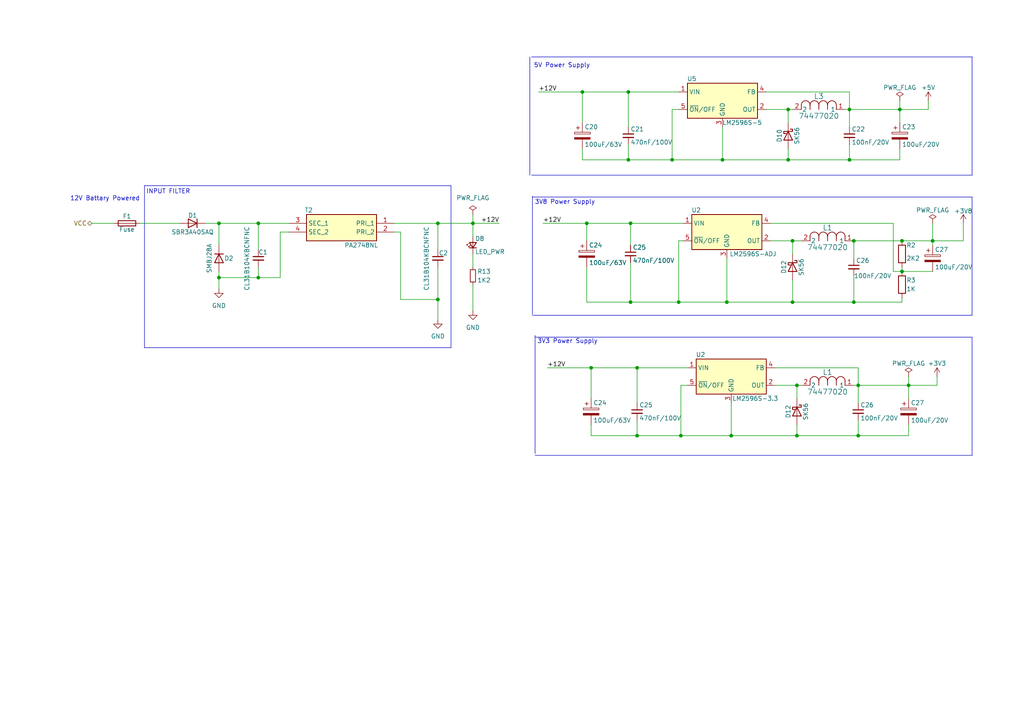
<source format=kicad_sch>
(kicad_sch (version 20230121) (generator eeschema)
  (paper "A4")
  (title_block (title "2023 Staj Projesi") (date "2023-07-24") (rev "1.0") (company "Hidro Elektronik") (comment 1 "Mehmet Emre SAYGI(2019513057@ogr.cu.edu.tr)") (comment 2 "Yilmaz Can DURAN(duranyilmazcan@gmail.com)") (comment 3 "Asli VEZIR(vezirasli@gmail.com)"))
  (lib_symbols
    (symbol "Damlama:74477020" (pin_names (offset 0.254))
      (property "Reference" "L" (at 6.985 5.08 0))
      (property "Value" "74477020" (at 6.985 -2.54 0))
      (symbol "74477020_1_1"
        (polyline (pts (xy 2.54 0) (xy 2.54 1.27)) (stroke (width 0.2032)))
        (polyline (pts (xy 5.08 0) (xy 5.08 1.27)) (stroke (width 0.2032)))
        (polyline (pts (xy 7.62 0) (xy 7.62 1.27)) (stroke (width 0.2032)))
        (polyline (pts (xy 10.16 0) (xy 10.16 1.27)) (stroke (width 0.2032)))
        (polyline (pts (xy 12.7 0) (xy 12.7 1.27)) (stroke (width 0.2032)))
        (arc (start 5.08 1.27) (mid 3.81 2.5345) (end 2.54 1.27) (stroke (width 0.2032)))
        (arc (start 7.62 1.27) (mid 6.35 2.5345) (end 5.08 1.27) (stroke (width 0.2032)))
        (arc (start 10.16 1.27) (mid 8.89 2.5345) (end 7.62 1.27) (stroke (width 0.2032)))
        (arc (start 12.7 1.27) (mid 11.43 2.5345) (end 10.16 1.27) (stroke (width 0.2032)))
        (pin unspecified line (at 15.24 0 180) (length 2.54) (name "1") (number "1"))
        (pin unspecified line (at 0 0 0) (length 2.54) (name "2") (number "2"))
      )
      (symbol "74477020_1_2"
        (arc (start -1.27 5.08) (mid -2.5345 3.81) (end -1.27 2.54) (stroke (width 0.2032)))
        (arc (start -1.27 7.62) (mid -2.5345 6.35) (end -1.27 5.08) (stroke (width 0.2032)))
        (arc (start -1.27 10.16) (mid -2.5345 8.89) (end -1.27 7.62) (stroke (width 0.2032)))
        (arc (start -1.27 12.7) (mid -2.5345 11.43) (end -1.27 10.16) (stroke (width 0.2032)))
        (polyline (pts (xy 0 2.54) (xy -1.27 2.54)) (stroke (width 0.2032)))
        (polyline (pts (xy 0 5.08) (xy -1.27 5.08)) (stroke (width 0.2032)))
        (polyline (pts (xy 0 7.62) (xy -1.27 7.62)) (stroke (width 0.2032)))
        (polyline (pts (xy 0 10.16) (xy -1.27 10.16)) (stroke (width 0.2032)))
        (polyline (pts (xy 0 12.7) (xy -1.27 12.7)) (stroke (width 0.2032)))
        (pin unspecified line (at 0 15.24 270) (length 2.54) (name "1") (number "1"))
        (pin unspecified line (at 0 0 90) (length 2.54) (name "2") (number "2"))
      )
    )
    (symbol "Damlama:PA2748NL"
      (property "Reference" "T" (at 26.67 7.62 0))
      (property "Value" "PA2748NL" (at 26.67 5.08 0))
      (symbol "PA2748NL_1_1"
        (rectangle (start 5.08 2.54) (end 25.4 -5.08) (stroke (width 0.254)) (fill (type background)))
        (pin passive line (at 0 0 0) (length 5.08) (name "PRI_1") (number "1"))
        (pin passive line (at 0 -2.54 0) (length 5.08) (name "PRI_2") (number "2"))
        (pin passive line (at 30.48 0 180) (length 5.08) (name "SEC_1") (number "3"))
        (pin passive line (at 30.48 -2.54 180) (length 5.08) (name "SEC_2") (number "4"))
      )
    )
    (symbol "Device:C_Polarized" (pin_numbers hide) (pin_names (offset 0.254))
      (property "Reference" "C" (at 0.635 2.54 0))
      (property "Value" "C_Polarized" (at 0.635 -2.54 0))
      (symbol "C_Polarized_0_1"
        (rectangle (start -2.286 0.508) (end 2.286 1.016))
        (polyline (pts (xy -1.778 2.286) (xy -0.762 2.286)))
        (polyline (pts (xy -1.27 2.794) (xy -1.27 1.778)))
        (rectangle (start 2.286 -0.508) (end -2.286 -1.016) (fill (type outline)))
      )
      (symbol "C_Polarized_1_1"
        (pin passive line (at 0 3.81 270) (length 2.794) (name "~") (number "1"))
        (pin passive line (at 0 -3.81 90) (length 2.794) (name "~") (number "2"))
      )
    )
    (symbol "Device:C_Small" (pin_numbers hide) (pin_names (offset 0.254) hide)
      (property "Reference" "C" (at 0.254 1.778 0))
      (property "Value" "C_Small" (at 0.254 -2.032 0))
      (symbol "C_Small_0_1"
        (polyline (pts (xy -1.524 -0.508) (xy 1.524 -0.508)) (stroke (width 0.3302)))
        (polyline (pts (xy -1.524 0.508) (xy 1.524 0.508)) (stroke (width 0.3048)))
      )
      (symbol "C_Small_1_1"
        (pin passive line (at 0 2.54 270) (length 2.032) (name "~") (number "1"))
        (pin passive line (at 0 -2.54 90) (length 2.032) (name "~") (number "2"))
      )
    )
    (symbol "Device:D" (pin_numbers hide) (pin_names (offset 1.016) hide)
      (property "Reference" "D" (at 0 2.54 0))
      (property "Value" "D" (at 0 -2.54 0))
      (symbol "D_0_1"
        (polyline (pts (xy -1.27 1.27) (xy -1.27 -1.27)) (stroke (width 0.254)))
        (polyline (pts (xy 1.27 0) (xy -1.27 0)))
        (polyline (pts (xy 1.27 1.27) (xy 1.27 -1.27) (xy -1.27 0) (xy 1.27 1.27)) (stroke (width 0.254)))
      )
      (symbol "D_1_1"
        (pin passive line (at -3.81 0 0) (length 2.54) (name "K") (number "1"))
        (pin passive line (at 3.81 0 180) (length 2.54) (name "A") (number "2"))
      )
    )
    (symbol "Device:D_Schottky" (pin_numbers hide) (pin_names (offset 1.016) hide)
      (property "Reference" "D" (at 0 2.54 0))
      (property "Value" "D_Schottky" (at 0 -2.54 0))
      (symbol "D_Schottky_0_1"
        (polyline (pts (xy 1.27 0) (xy -1.27 0)))
        (polyline (pts (xy 1.27 1.27) (xy 1.27 -1.27) (xy -1.27 0) (xy 1.27 1.27)) (stroke (width 0.254)))
        (polyline (pts (xy -1.905 0.635) (xy -1.905 1.27) (xy -1.27 1.27) (xy -1.27 -1.27) (xy -0.635 -1.27) (xy -0.635 -0.635)) (stroke (width 0.254)))
      )
      (symbol "D_Schottky_1_1"
        (pin passive line (at -3.81 0 0) (length 2.54) (name "K") (number "1"))
        (pin passive line (at 3.81 0 180) (length 2.54) (name "A") (number "2"))
      )
    )
    (symbol "Device:Fuse" (pin_numbers hide) (pin_names (offset 0))
      (property "Reference" "F" (at 2.032 0 90))
      (property "Value" "Fuse" (at -1.905 0 90))
      (symbol "Fuse_0_1"
        (rectangle (start -0.762 -2.54) (end 0.762 2.54) (stroke (width 0.254)))
        (polyline (pts (xy 0 2.54) (xy 0 -2.54)))
      )
      (symbol "Fuse_1_1"
        (pin passive line (at 0 3.81 270) (length 1.27) (name "~") (number "1"))
        (pin passive line (at 0 -3.81 90) (length 1.27) (name "~") (number "2"))
      )
    )
    (symbol "Device:LED_Small" (pin_numbers hide) (pin_names (offset 0.254) hide)
      (property "Reference" "D" (at -1.27 3.175 0))
      (property "Value" "LED_Small" (at -4.445 -2.54 0))
      (symbol "LED_Small_0_1"
        (polyline (pts (xy -0.762 -1.016) (xy -0.762 1.016)) (stroke (width 0.254)))
        (polyline (pts (xy 1.016 0) (xy -0.762 0)))
        (polyline (pts (xy 0.762 -1.016) (xy -0.762 0) (xy 0.762 1.016) (xy 0.762 -1.016)) (stroke (width 0.254)))
        (polyline (pts (xy 0 0.762) (xy -0.508 1.27) (xy -0.254 1.27) (xy -0.508 1.27) (xy -0.508 1.016)))
        (polyline (pts (xy 0.508 1.27) (xy 0 1.778) (xy 0.254 1.778) (xy 0 1.778) (xy 0 1.524)))
      )
      (symbol "LED_Small_1_1"
        (pin passive line (at -2.54 0 0) (length 1.778) (name "K") (number "1"))
        (pin passive line (at 2.54 0 180) (length 1.778) (name "A") (number "2"))
      )
    )
    (symbol "Device:R" (pin_numbers hide) (pin_names (offset 0))
      (property "Reference" "R" (at 2.032 0 90))
      (property "Value" "R" (at 0 0 90))
      (symbol "R_0_1"
        (rectangle (start -1.016 -2.54) (end 1.016 2.54) (stroke (width 0.254)))
      )
      (symbol "R_1_1"
        (pin passive line (at 0 3.81 270) (length 1.27) (name "~") (number "1"))
        (pin passive line (at 0 -3.81 90) (length 1.27) (name "~") (number "2"))
      )
    )
    (symbol "Device:R_Small" (pin_numbers hide) (pin_names (offset 0.254) hide)
      (property "Reference" "R" (at 0.762 0.508 0))
      (property "Value" "R_Small" (at 0.762 -1.016 0))
      (symbol "R_Small_0_1"
        (rectangle (start -0.762 1.778) (end 0.762 -1.778) (stroke (width 0.2032)))
      )
      (symbol "R_Small_1_1"
        (pin passive line (at 0 2.54 270) (length 0.762) (name "~") (number "1"))
        (pin passive line (at 0 -2.54 90) (length 0.762) (name "~") (number "2"))
      )
    )
    (symbol "Regulator_Switching:LM2596S-3.3"
      (property "Reference" "U" (at -10.16 6.35 0))
      (property "Value" "LM2596S-3.3" (at 0 6.35 0))
      (symbol "LM2596S-3.3_0_1"
        (rectangle (start -10.16 5.08) (end 10.16 -5.08) (stroke (width 0.254)) (fill (type background)))
      )
      (symbol "LM2596S-3.3_1_1"
        (pin power_in line (at -12.7 2.54 0) (length 2.54) (name "VIN") (number "1"))
        (pin output line (at 12.7 -2.54 180) (length 2.54) (name "OUT") (number "2"))
        (pin power_in line (at 0 -7.62 90) (length 2.54) (name "GND") (number "3"))
        (pin input line (at 12.7 2.54 180) (length 2.54) (name "FB") (number "4"))
        (pin input line (at -12.7 -2.54 0) (length 2.54) (name "~{ON}/OFF") (number "5"))
      )
    )
    (symbol "Regulator_Switching:LM2596S-5"
      (property "Reference" "U" (at -10.16 6.35 0))
      (property "Value" "LM2596S-5" (at 0 6.35 0))
      (symbol "LM2596S-5_0_1"
        (rectangle (start -10.16 5.08) (end 10.16 -5.08) (stroke (width 0.254)) (fill (type background)))
      )
      (symbol "LM2596S-5_1_1"
        (pin power_in line (at -12.7 2.54 0) (length 2.54) (name "VIN") (number "1"))
        (pin output line (at 12.7 -2.54 180) (length 2.54) (name "OUT") (number "2"))
        (pin power_in line (at 0 -7.62 90) (length 2.54) (name "GND") (number "3"))
        (pin input line (at 12.7 2.54 180) (length 2.54) (name "FB") (number "4"))
        (pin input line (at -12.7 -2.54 0) (length 2.54) (name "~{ON}/OFF") (number "5"))
      )
    )
    (symbol "Regulator_Switching:LM2596S-ADJ"
      (property "Reference" "U" (at -10.16 6.35 0))
      (property "Value" "LM2596S-ADJ" (at 0 6.35 0))
      (symbol "LM2596S-ADJ_0_1"
        (rectangle (start -10.16 5.08) (end 10.16 -5.08) (stroke (width 0.254)) (fill (type background)))
      )
      (symbol "LM2596S-ADJ_1_1"
        (pin power_in line (at -12.7 2.54 0) (length 2.54) (name "VIN") (number "1"))
        (pin output line (at 12.7 -2.54 180) (length 2.54) (name "OUT") (number "2"))
        (pin power_in line (at 0 -7.62 90) (length 2.54) (name "GND") (number "3"))
        (pin input line (at 12.7 2.54 180) (length 2.54) (name "FB") (number "4"))
        (pin input line (at -12.7 -2.54 0) (length 2.54) (name "~{ON}/OFF") (number "5"))
      )
    )
    (symbol "power:+3V3" (power) (pin_names (offset 0))
      (property "Value" "+3V3" (at 0 3.556 0))
      (symbol "+3V3_0_1"
        (polyline (pts (xy -0.762 1.27) (xy 0 2.54)))
        (polyline (pts (xy 0 0) (xy 0 2.54)))
        (polyline (pts (xy 0 2.54) (xy 0.762 1.27)))
      )
      (symbol "+3V3_1_1"
        (pin power_in line (at 0 0 90) (length 0) hide (name "+3V3") (number "1"))
      )
    )
    (symbol "power:+3V8" (power) (pin_names (offset 0))
      (property "Value" "+3V8" (at 0 3.556 0))
      (symbol "+3V8_0_1"
        (polyline (pts (xy -0.762 1.27) (xy 0 2.54)))
        (polyline (pts (xy 0 0) (xy 0 2.54)))
        (polyline (pts (xy 0 2.54) (xy 0.762 1.27)))
      )
      (symbol "+3V8_1_1"
        (pin power_in line (at 0 0 90) (length 0) hide (name "+3V8") (number "1"))
      )
    )
    (symbol "power:+5V" (power) (pin_names (offset 0))
      (property "Value" "+5V" (at 0 3.556 0))
      (symbol "+5V_0_1"
        (polyline (pts (xy -0.762 1.27) (xy 0 2.54)))
        (polyline (pts (xy 0 0) (xy 0 2.54)))
        (polyline (pts (xy 0 2.54) (xy 0.762 1.27)))
      )
      (symbol "+5V_1_1"
        (pin power_in line (at 0 0 90) (length 0) hide (name "+5V") (number "1"))
      )
    )
    (symbol "power:GND" (power) (pin_names (offset 0))
      (property "Value" "GND" (at 0 -3.81 0))
      (symbol "GND_0_1"
        (polyline (pts (xy 0 0) (xy 0 -1.27) (xy 1.27 -1.27) (xy 0 -2.54) (xy -1.27 -1.27) (xy 0 -1.27)))
      )
      (symbol "GND_1_1"
        (pin power_in line (at 0 0 270) (length 0) hide (name "GND") (number "1"))
      )
    )
    (symbol "power:PWR_FLAG" (power) (pin_numbers hide) (pin_names (offset 0) hide)
      (property "Value" "PWR_FLAG" (at 0 3.81 0))
      (symbol "PWR_FLAG_0_0"
        (pin power_out line (at 0 0 90) (length 0) (name "pwr") (number "1"))
      )
      (symbol "PWR_FLAG_0_1"
        (polyline (pts (xy 0 0) (xy 0 1.27) (xy -1.016 1.905) (xy 0 2.54) (xy 1.016 1.905) (xy 0 1.27)))
      )
    )
  )
  (junction (at 196.85 87.63))
  (junction (at 137.16 64.77))
  (junction (at 63.5 80.518))
  (junction (at 74.93 80.518))
  (junction (at 229.87 69.85))
  (junction (at 182.88 87.63))
  (junction (at 63.5 64.77))
  (junction (at 194.945 46.355))
  (junction (at 229.87 87.63))
  (junction (at 182.88 64.77))
  (junction (at 127 86.868))
  (junction (at 74.93 64.77))
  (junction (at 231.14 126.365))
  (junction (at 246.38 31.75))
  (junction (at 248.92 111.76))
  (junction (at 261.62 69.85))
  (junction (at 209.55 46.355))
  (junction (at 184.785 106.68))
  (junction (at 170.18 64.77))
  (junction (at 261.62 78.74))
  (junction (at 228.6 31.75))
  (junction (at 171.45 106.68))
  (junction (at 263.525 111.76))
  (junction (at 212.09 126.365))
  (junction (at 247.65 87.63))
  (junction (at 231.14 111.76))
  (junction (at 270.51 69.85))
  (junction (at 210.82 87.63))
  (junction (at 248.92 126.365))
  (junction (at 168.91 26.67))
  (junction (at 182.245 26.67))
  (junction (at 247.65 69.85))
  (junction (at 228.6 46.355))
  (junction (at 184.785 126.365))
  (junction (at 260.985 31.75))
  (junction (at 182.245 46.355))
  (junction (at 246.38 46.355))
  (junction (at 197.485 126.365))
  (junction (at 127 64.77))
  (wire (pts (xy 270.51 69.85) (xy 279.4 69.85)))
  (polyline (pts (xy 154.432 57.15) (xy 281.94 57.15)))
  (wire (pts (xy 232.41 69.85) (xy 229.87 69.85)))
  (wire (pts (xy 196.85 69.85) (xy 196.85 87.63)))
  (wire (pts (xy 182.88 64.77) (xy 198.12 64.77)))
  (wire (pts (xy 184.785 121.92) (xy 184.785 126.365)))
  (polyline (pts (xy 281.94 57.15) (xy 281.94 91.44)))
  (wire (pts (xy 63.5 80.518) (xy 63.5 83.82)))
  (wire (pts (xy 171.45 106.68) (xy 171.45 115.57)))
  (wire (pts (xy 168.91 46.355) (xy 182.245 46.355)))
  (wire (pts (xy 182.245 26.67) (xy 182.245 36.83)))
  (wire (pts (xy 212.09 126.365) (xy 231.14 126.365)))
  (wire (pts (xy 197.485 126.365) (xy 212.09 126.365)))
  (wire (pts (xy 182.88 64.77) (xy 182.88 71.12)))
  (wire (pts (xy 259.08 64.77) (xy 259.08 78.74)))
  (wire (pts (xy 168.91 26.67) (xy 168.91 35.56)))
  (wire (pts (xy 170.18 87.63) (xy 182.88 87.63)))
  (wire (pts (xy 127 64.77) (xy 127 72.39)))
  (wire (pts (xy 248.92 121.92) (xy 248.92 126.365)))
  (wire (pts (xy 228.6 46.355) (xy 246.38 46.355)))
  (wire (pts (xy 279.4 69.85) (xy 279.4 64.77)))
  (wire (pts (xy 246.38 26.67) (xy 246.38 31.75)))
  (polyline (pts (xy 41.91 53.848) (xy 130.81 53.848)))
  (wire (pts (xy 248.92 126.365) (xy 263.525 126.365)))
  (wire (pts (xy 171.45 126.365) (xy 184.785 126.365)))
  (polyline (pts (xy 281.94 50.8) (xy 154.178 50.8)))
  (wire (pts (xy 196.85 69.85) (xy 198.12 69.85)))
  (wire (pts (xy 127 64.77) (xy 137.16 64.77)))
  (wire (pts (xy 137.16 90.17) (xy 137.16 82.55)))
  (wire (pts (xy 263.525 109.22) (xy 263.525 111.76)))
  (wire (pts (xy 228.6 31.75) (xy 228.6 35.56)))
  (wire (pts (xy 248.92 111.76) (xy 263.525 111.76)))
  (wire (pts (xy 40.64 64.77) (xy 52.07 64.77)))
  (wire (pts (xy 223.52 69.85) (xy 229.87 69.85)))
  (wire (pts (xy 245.11 31.75) (xy 246.38 31.75)))
  (wire (pts (xy 114.3 64.77) (xy 127 64.77)))
  (wire (pts (xy 171.45 106.68) (xy 184.785 106.68)))
  (wire (pts (xy 182.88 87.63) (xy 196.85 87.63)))
  (wire (pts (xy 182.88 76.2) (xy 182.88 87.63)))
  (wire (pts (xy 248.92 106.68) (xy 248.92 111.76)))
  (wire (pts (xy 81.28 80.518) (xy 74.93 80.518)))
  (wire (pts (xy 229.87 81.28) (xy 229.87 87.63)))
  (polyline (pts (xy 281.94 91.44) (xy 154.432 91.44)))
  (wire (pts (xy 116.205 67.31) (xy 114.3 67.31)))
  (wire (pts (xy 246.38 46.355) (xy 260.985 46.355)))
  (wire (pts (xy 74.93 64.77) (xy 74.93 72.39)))
  (wire (pts (xy 171.45 123.19) (xy 171.45 126.365)))
  (wire (pts (xy 261.62 77.47) (xy 261.62 78.74)))
  (wire (pts (xy 263.525 111.76) (xy 263.525 115.57)))
  (wire (pts (xy 222.25 31.75) (xy 228.6 31.75)))
  (wire (pts (xy 229.87 69.85) (xy 229.87 73.66)))
  (wire (pts (xy 26.67 64.77) (xy 33.02 64.77)))
  (wire (pts (xy 137.16 73.66) (xy 137.16 77.47)))
  (polyline (pts (xy 153.67 16.51) (xy 153.67 50.8)))
  (polyline (pts (xy 155.194 97.282) (xy 155.194 131.572)))
  (wire (pts (xy 212.09 116.84) (xy 212.09 126.365)))
  (wire (pts (xy 157.48 64.77) (xy 170.18 64.77)))
  (wire (pts (xy 270.51 64.77) (xy 270.51 69.85)))
  (wire (pts (xy 269.24 31.75) (xy 269.24 29.21)))
  (polyline (pts (xy 41.91 53.848) (xy 41.91 100.838)))
  (wire (pts (xy 248.92 111.76) (xy 248.92 116.84)))
  (polyline (pts (xy 154.178 16.51) (xy 281.94 16.51)))
  (wire (pts (xy 271.78 111.76) (xy 271.78 109.22)))
  (polyline (pts (xy 281.94 132.08) (xy 155.194 132.08)))
  (wire (pts (xy 127 86.868) (xy 127 77.47)))
  (wire (pts (xy 261.62 69.85) (xy 270.51 69.85)))
  (wire (pts (xy 170.18 64.77) (xy 170.18 69.85)))
  (wire (pts (xy 194.945 46.355) (xy 209.55 46.355)))
  (wire (pts (xy 170.18 64.77) (xy 182.88 64.77)))
  (polyline (pts (xy 154.432 56.896) (xy 154.432 91.186)))
  (wire (pts (xy 209.55 36.83) (xy 209.55 46.355)))
  (wire (pts (xy 210.82 87.63) (xy 229.87 87.63)))
  (wire (pts (xy 231.14 111.76) (xy 232.41 111.76)))
  (wire (pts (xy 231.14 111.76) (xy 231.14 115.57)))
  (wire (pts (xy 74.93 64.77) (xy 83.82 64.77)))
  (wire (pts (xy 194.945 31.75) (xy 194.945 46.355)))
  (wire (pts (xy 158.75 106.68) (xy 171.45 106.68)))
  (polyline (pts (xy 155.194 97.79) (xy 281.94 97.79)))
  (wire (pts (xy 247.65 69.85) (xy 247.65 74.93)))
  (wire (pts (xy 63.5 78.74) (xy 63.5 80.518)))
  (wire (pts (xy 184.785 126.365) (xy 197.485 126.365)))
  (wire (pts (xy 247.65 111.76) (xy 248.92 111.76)))
  (wire (pts (xy 210.82 74.93) (xy 210.82 87.63)))
  (wire (pts (xy 224.79 106.68) (xy 248.92 106.68)))
  (wire (pts (xy 199.39 111.76) (xy 197.485 111.76)))
  (wire (pts (xy 247.65 69.85) (xy 261.62 69.85)))
  (polyline (pts (xy 281.94 16.51) (xy 281.94 50.8)))
  (wire (pts (xy 170.18 77.47) (xy 170.18 87.63)))
  (wire (pts (xy 260.985 29.21) (xy 260.985 31.75)))
  (wire (pts (xy 224.79 111.76) (xy 231.14 111.76)))
  (polyline (pts (xy 281.94 97.79) (xy 281.94 132.08)))
  (wire (pts (xy 116.205 86.868) (xy 127 86.868)))
  (wire (pts (xy 246.38 31.75) (xy 246.38 36.83)))
  (wire (pts (xy 196.85 87.63) (xy 210.82 87.63)))
  (wire (pts (xy 222.25 26.67) (xy 246.38 26.67)))
  (wire (pts (xy 263.525 126.365) (xy 263.525 123.19)))
  (wire (pts (xy 223.52 64.77) (xy 259.08 64.77)))
  (polyline (pts (xy 130.81 100.838) (xy 130.81 53.848)))
  (wire (pts (xy 127 92.71) (xy 127 86.868)))
  (wire (pts (xy 209.55 46.355) (xy 228.6 46.355)))
  (wire (pts (xy 137.16 62.23) (xy 137.16 64.77)))
  (wire (pts (xy 137.16 64.77) (xy 137.16 68.58)))
  (wire (pts (xy 263.525 111.76) (xy 271.78 111.76)))
  (wire (pts (xy 182.245 26.67) (xy 196.85 26.67)))
  (wire (pts (xy 261.62 78.74) (xy 270.51 78.74)))
  (wire (pts (xy 59.69 64.77) (xy 63.5 64.77)))
  (wire (pts (xy 229.87 87.63) (xy 247.65 87.63)))
  (wire (pts (xy 168.91 26.67) (xy 182.245 26.67)))
  (wire (pts (xy 63.5 64.77) (xy 63.5 71.12)))
  (wire (pts (xy 231.14 126.365) (xy 248.92 126.365)))
  (wire (pts (xy 261.62 86.36) (xy 261.62 87.63)))
  (wire (pts (xy 168.91 43.18) (xy 168.91 46.355)))
  (polyline (pts (xy 41.91 100.838) (xy 130.81 100.838)))
  (wire (pts (xy 260.985 31.75) (xy 260.985 35.56)))
  (wire (pts (xy 247.65 87.63) (xy 261.62 87.63)))
  (wire (pts (xy 116.205 67.31) (xy 116.205 86.868)))
  (wire (pts (xy 74.93 77.47) (xy 74.93 80.518)))
  (wire (pts (xy 182.245 41.91) (xy 182.245 46.355)))
  (wire (pts (xy 81.28 67.31) (xy 83.82 67.31)))
  (wire (pts (xy 260.985 46.355) (xy 260.985 43.18)))
  (wire (pts (xy 184.785 106.68) (xy 184.785 116.84)))
  (wire (pts (xy 196.85 31.75) (xy 194.945 31.75)))
  (wire (pts (xy 228.6 43.18) (xy 228.6 46.355)))
  (wire (pts (xy 228.6 31.75) (xy 229.87 31.75)))
  (wire (pts (xy 197.485 111.76) (xy 197.485 126.365)))
  (wire (pts (xy 81.28 67.31) (xy 81.28 80.518)))
  (wire (pts (xy 137.16 64.77) (xy 144.78 64.77)))
  (wire (pts (xy 247.65 80.01) (xy 247.65 87.63)))
  (wire (pts (xy 231.14 123.19) (xy 231.14 126.365)))
  (wire (pts (xy 246.38 31.75) (xy 260.985 31.75)))
  (wire (pts (xy 184.785 106.68) (xy 199.39 106.68)))
  (wire (pts (xy 270.51 69.85) (xy 270.51 71.12)))
  (wire (pts (xy 156.21 26.67) (xy 168.91 26.67)))
  (wire (pts (xy 74.93 80.518) (xy 63.5 80.518)))
  (wire (pts (xy 74.93 64.77) (xy 63.5 64.77)))
  (wire (pts (xy 260.985 31.75) (xy 269.24 31.75)))
  (wire (pts (xy 182.245 46.355) (xy 194.945 46.355)))
  (wire (pts (xy 246.38 41.91) (xy 246.38 46.355)))
  (wire (pts (xy 259.08 78.74) (xy 261.62 78.74)))
  (text "3V3 Power Supply" (at 155.829 99.822 0) (effects (font (size 1.27 1.27)) (justify left bottom)))
  (text "3V8 Power Supply" (at 155.067 59.436 0) (effects (font (size 1.27 1.27)) (justify left bottom)))
  (text "12V Battary Powered" (at 20.32 58.42 0) (effects (font (size 1.27 1.27)) (justify left bottom)))
  (text "5V Power Supply" (at 154.813 19.812 0) (effects (font (size 1.27 1.27)) (justify left bottom)))
  (text "INPUT FILTER" (at 42.418 56.388 0) (effects (font (size 1.27 1.27)) (justify left bottom)))
  (label "+12V" (at 156.21 26.67 0))
  (label "+12V" (at 157.48 64.77 0))
  (label "+12V" (at 144.78 64.77 180))
  (label "+12V" (at 158.75 106.68 0))
  (hierarchical_label "VCC" (shape bidirectional) (at 26.67 64.77 180))
  (symbol (lib_id "Damlama:74477020") (at 229.87 31.75 0) (unit 1)
    (property "Reference" "L3" (at 237.49 27.94 0) (effects (font (size 1.524 1.524))))
    (property "Value" "74477020" (at 237.49 33.655 0) (effects (font (size 1.524 1.524))))
    (property "Footprint" "2023Staj:IND_1280-WE-PD_WRE" (effects hide))
    (property "Datasheet" "74477020" (effects hide))
    (property "DigikeyPN" "732-1235-6-ND" (effects hide))
    (instances (project "damlama" (path "" (reference "L3") (unit 1))) (project "2023-staj-projesi" (path "" (reference "L1") (unit 1))))
  )
  (symbol (lib_id "Device:C_Small") (at 246.38 39.37 0) (unit 1)
    (property "Reference" "C22" (at 247.015 37.465 0) (effects (justify left)))
    (property "Value" "100nF/20V" (at 247.015 41.275 0) (effects (justify left)))
    (property "Footprint" "Capacitor_SMD:C_0805_2012Metric" (effects hide))
    (property "DigikeyPN" "718-2500-6-ND" (effects hide))
    (instances (project "damlama" (path "" (reference "C22") (unit 1))) (project "2023-staj-projesi" (path "" (reference "C9") (unit 1))))
  )
  (symbol (lib_id "Device:D") (at 63.5 74.93 270) (unit 1)
    (property "Reference" "D2" (at 65.024 74.93 90) (effects (justify left)))
    (property "Value" "SMBJ28A" (at 60.706 70.612 0) (effects (justify left)))
    (property "Footprint" "Diode_SMD:D_SMB" (effects hide))
    (property "DigikeyPN" "SMBJ28ALFDKR-ND" (effects hide))
  )
  (symbol (lib_id "Device:R_Small") (at 137.16 80.01 0) (unit 1)
    (property "Reference" "R13" (at 138.43 78.74 0) (effects (justify left)))
    (property "Value" "1K2" (at 138.43 81.28 0) (effects (justify left)))
    (property "Footprint" "Resistor_SMD:R_0603_1608Metric" (effects hide))
    (property "DigikeyPN" "13-RC0603FR-131K2LDKR-ND" (effects hide))
    (instances (project "damlama" (path "" (reference "R13") (unit 1))) (project "2023-staj-projesi" (path "" (reference "R1") (unit 1))))
  )
  (symbol (lib_id "power:GND") (at 127 92.71 0) (unit 1)
    (property "Reference" "#PWR02" (effects hide))
    (property "Value" "GND" (at 127 97.536 0))
    (instances (project "damlama" (path "" (reference "#PWR02") (unit 1))) (project "2023-staj-projesi" (path "" (reference "#PWR05") (unit 1))) (project "kapak-vana-control" (path "" (reference "#PWR02") (unit 1))) (project "Mushamba" (path "" (reference "#PWR03") (unit 1))))
  )
  (symbol (lib_id "power:+5V") (at 269.24 29.21 0) (mirror y) (unit 1)
    (property "Reference" "#PWR028" (effects hide))
    (property "Value" "+5V" (at 269.24 25.4 0))
    (instances (project "damlama" (path "" (reference "#PWR028") (unit 1))) (project "2023-staj-projesi" (path "" (reference "#PWR07") (unit 1))))
  )
  (symbol (lib_id "power:PWR_FLAG") (at 270.51 64.77 0) (mirror y) (unit 1)
    (property "Reference" "#FLG02" (effects hide))
    (property "Value" "PWR_FLAG" (at 270.51 60.96 0))
    (instances (project "damlama" (path "" (reference "#FLG02") (unit 1))) (project "2023-staj-projesi" (path "" (reference "#FLG04") (unit 1))) (project "Mushamba" (path "" (reference "#FLG02") (unit 1))))
  )
  (symbol (lib_id "Regulator_Switching:LM2596S-3.3") (at 212.09 109.22 0) (unit 1)
    (property "Reference" "U2" (at 203.2 102.87 0))
    (property "Value" "LM2596S-3.3" (at 219.075 115.57 0))
    (property "Footprint" "Package_TO_SOT_SMD:TO-263-5_TabPin3" (effects hide))
    (property "Datasheet" "http://www.ti.com/lit/ds/symlink/lm2596.pdf" (effects hide))
    (property "DigikeyPN" "LM2596S-3.3/NOPB-ND" (effects hide))
    (instances (project "damlama" (path "" (reference "U2") (unit 1))) (project "2023-staj-projesi" (path "" (reference "U3") (unit 1))))
  )
  (symbol (lib_id "Device:C_Polarized") (at 263.525 119.38 0) (unit 1)
    (property "Reference" "C27" (at 264.16 116.84 0) (effects (justify left)))
    (property "Value" "100uF/20V" (at 264.16 121.92 0) (effects (justify left)))
    (property "Footprint" "Capacitor_SMD:CP_Elec_6.3x7.7" (effects hide))
    (property "DigikeyPN" "565-3210-6-ND" (effects hide))
    (instances (project "damlama" (path "" (reference "C27") (unit 1))) (project "2023-staj-projesi" (path "" (reference "C13") (unit 1))))
  )
  (symbol (lib_id "Device:C_Small") (at 127 74.93 0) (unit 1)
    (property "Reference" "C2" (at 127.254 73.406 0) (effects (justify left)))
    (property "Value" "CL31B104KBCNFNC" (at 123.698 84.328 90) (effects (justify left)))
    (property "Footprint" "Capacitor_SMD:C_1206_3216Metric" (effects hide))
    (property "DigikeyPN" "1276-2744-2-ND" (effects hide))
  )
  (symbol (lib_id "Device:C_Small") (at 247.65 77.47 0) (unit 1)
    (property "Reference" "C26" (at 248.285 75.565 0) (effects (justify left)))
    (property "Value" "100nF/20V" (at 247.65 80.01 0) (effects (justify left)))
    (property "Footprint" "Capacitor_SMD:C_0805_2012Metric" (effects hide))
    (property "DigikeyPN" "718-2500-6-ND" (effects hide))
    (instances (project "damlama" (path "" (reference "C26") (unit 1))) (project "2023-staj-projesi" (path "" (reference "C10") (unit 1))))
  )
  (symbol (lib_id "Device:Fuse") (at 36.83 64.77 90) (unit 1)
    (property "Reference" "F1" (at 36.83 62.738 90))
    (property "Value" "Fuse" (at 36.83 66.548 90))
    (property "Footprint" "Fuse:Fuse_1206_3216Metric" (effects hide))
  )
  (symbol (lib_id "power:+3V8") (at 279.4 64.77 0) (unit 1)
    (property "Reference" "#PWR09" (effects hide))
    (property "Value" "+3V8" (at 279.4 61.214 0))
  )
  (symbol (lib_id "power:+3V3") (at 271.78 109.22 0) (unit 1)
    (property "Reference" "#PWR06" (effects hide))
    (property "Value" "+3V3" (at 271.78 105.41 0))
    (instances (project "damlama" (path "" (reference "#PWR06") (unit 1))) (project "2023-staj-projesi" (path "" (reference "#PWR08") (unit 1))) (project "Mushamba" (path "" (reference "#PWR06") (unit 1))))
  )
  (symbol (lib_id "Damlama:74477020") (at 232.41 69.85 0) (unit 1)
    (property "Reference" "L1" (at 240.03 66.04 0) (effects (font (size 1.524 1.524))))
    (property "Value" "74477020" (at 240.03 71.755 0) (effects (font (size 1.524 1.524))))
    (property "Footprint" "2023Staj:IND_1280-WE-PD_WRE" (effects hide))
    (property "Datasheet" "74477020" (effects hide))
    (property "DigikeyPN" "732-1235-6-ND" (effects hide))
    (instances (project "damlama" (path "" (reference "L1") (unit 1))) (project "2023-staj-projesi" (path "" (reference "L2") (unit 1))))
  )
  (symbol (lib_id "Damlama:PA2748NL") (at 114.3 64.77 0) (mirror y) (unit 1)
    (property "Reference" "T2" (at 89.535 60.96 0))
    (property "Value" "PA2748NL" (at 104.775 71.12 0))
    (property "Footprint" "2023Staj:PA2748NL" (effects hide))
    (property "Datasheet" "https://productfinder.pulseelectronics.com/api/open/part-attachments/datasheet/PA2748NL" (effects hide))
    (property "Height" "5.6" (effects hide))
    (property "Manufacturer_Name" "Pulse" (effects hide))
    (property "Manufacturer_Part_Number" "PA2748NL" (effects hide))
    (property "Mouser Part Number" "673-PA2748NL" (effects hide))
    (property "Mouser Price/Stock" "https://www.mouser.co.uk/ProductDetail/Pulse-Electronics/PA2748NL?qs=%252BUGZmmosPSIjp4oa14sP1g%3D%3D" (effects hide))
    (property "Arrow Part Number" "PA2748NL" (effects hide))
    (property "Arrow Price/Stock" "https://www.arrow.com/en/products/pa2748nl/pulse-electronics-corporation?region=europe" (effects hide))
    (property "DigikeyPN" "553-2186-ND" (effects hide))
    (instances (project "damlama" (path "" (reference "T2") (unit 1))) (project "2023-staj-projesi" (path "" (reference "T1") (unit 1))))
  )
  (symbol (lib_id "Device:C_Polarized") (at 170.18 73.66 0) (unit 1)
    (property "Reference" "C24" (at 170.815 71.12 0) (effects (justify left)))
    (property "Value" "100uF/63V" (at 170.815 76.2 0) (effects (justify left)))
    (property "Footprint" "Capacitor_SMD:CP_Elec_10x10.5" (effects hide))
    (property "DigikeyPN" "399-15648-6-ND" (effects hide))
    (instances (project "damlama" (path "" (reference "C24") (unit 1))) (project "2023-staj-projesi" (path "" (reference "C4") (unit 1))))
  )
  (symbol (lib_id "Device:C_Polarized") (at 270.51 74.93 0) (unit 1)
    (property "Reference" "C27" (at 271.145 72.39 0) (effects (justify left)))
    (property "Value" "100uF/20V" (at 271.145 77.47 0) (effects (justify left)))
    (property "Footprint" "Capacitor_SMD:CP_Elec_6.3x7.7" (effects hide))
    (property "DigikeyPN" "565-3210-6-ND" (effects hide))
    (instances (project "damlama" (path "" (reference "C27") (unit 1))) (project "2023-staj-projesi" (path "" (reference "C14") (unit 1))))
  )
  (symbol (lib_id "power:GND") (at 137.16 90.17 0) (unit 1)
    (property "Reference" "#PWR036" (effects hide))
    (property "Value" "GND" (at 137.16 94.996 0))
    (instances (project "damlama" (path "" (reference "#PWR036") (unit 1))) (project "2023-staj-projesi" (path "" (reference "#PWR06") (unit 1))) (project "kapak-vana-control" (path "" (reference "#PWR02") (unit 1))) (project "Mushamba" (path "" (reference "#PWR03") (unit 1))))
  )
  (symbol (lib_id "Device:C_Polarized") (at 168.91 39.37 0) (unit 1)
    (property "Reference" "C20" (at 169.545 36.83 0) (effects (justify left)))
    (property "Value" "100uF/63V" (at 169.545 41.91 0) (effects (justify left)))
    (property "Footprint" "Capacitor_SMD:CP_Elec_10x10.5" (effects hide))
    (property "DigikeyPN" "399-15648-6-ND" (effects hide))
    (instances (project "damlama" (path "" (reference "C20") (unit 1))) (project "2023-staj-projesi" (path "" (reference "C3") (unit 1))))
  )
  (symbol (lib_id "Device:C_Small") (at 182.245 39.37 0) (unit 1)
    (property "Reference" "C21" (at 182.88 37.465 0) (effects (justify left)))
    (property "Value" "470nF/100V" (at 182.88 41.275 0) (effects (justify left)))
    (property "Footprint" "Capacitor_SMD:C_1206_3216Metric" (effects hide))
    (property "DigikeyPN" "399-C1206C474M1REC7210DKR-ND" (effects hide))
    (instances (project "damlama" (path "" (reference "C21") (unit 1))) (project "2023-staj-projesi" (path "" (reference "C6") (unit 1))))
  )
  (symbol (lib_id "Device:D_Schottky") (at 231.14 119.38 270) (unit 1)
    (property "Reference" "D12" (at 228.6 119.38 0))
    (property "Value" "SK56" (at 233.68 119.38 0))
    (property "Footprint" "Diode_SMD:D_SMC" (effects hide))
    (instances (project "damlama" (path "" (reference "D12") (unit 1))) (project "2023-staj-projesi" (path "" (reference "D6") (unit 1))))
  )
  (symbol (lib_id "Device:C_Small") (at 182.88 73.66 0) (unit 1)
    (property "Reference" "C25" (at 183.515 71.755 0) (effects (justify left)))
    (property "Value" "470nF/100V" (at 183.515 75.565 0) (effects (justify left)))
    (property "Footprint" "Capacitor_SMD:C_1206_3216Metric" (effects hide))
    (property "DigikeyPN" "399-C1206C474M1REC7210DKR-ND" (effects hide))
    (instances (project "damlama" (path "" (reference "C25") (unit 1))) (project "2023-staj-projesi" (path "" (reference "C7") (unit 1))))
  )
  (symbol (lib_id "Device:C_Polarized") (at 171.45 119.38 0) (unit 1)
    (property "Reference" "C24" (at 172.085 116.84 0) (effects (justify left)))
    (property "Value" "100uF/63V" (at 172.085 121.92 0) (effects (justify left)))
    (property "Footprint" "Capacitor_SMD:CP_Elec_10x10.5" (effects hide))
    (property "DigikeyPN" "399-15648-6-ND" (effects hide))
    (instances (project "damlama" (path "" (reference "C24") (unit 1))) (project "2023-staj-projesi" (path "" (reference "C5") (unit 1))))
  )
  (symbol (lib_id "Device:D_Schottky") (at 228.6 39.37 270) (unit 1)
    (property "Reference" "D10" (at 226.06 39.37 0))
    (property "Value" "SK56" (at 231.14 39.37 0))
    (property "Footprint" "Diode_SMD:D_SMC" (effects hide))
    (property "DigikeyPN" "1655-SK56DKR-ND" (effects hide))
    (instances (project "damlama" (path "" (reference "D10") (unit 1))) (project "2023-staj-projesi" (path "" (reference "D4") (unit 1))))
  )
  (symbol (lib_id "Regulator_Switching:LM2596S-5") (at 209.55 29.21 0) (unit 1)
    (property "Reference" "U5" (at 200.66 22.86 0))
    (property "Value" "LM2596S-5" (at 215.265 35.56 0))
    (property "Footprint" "Package_TO_SOT_SMD:TO-263-5_TabPin3" (effects hide))
    (property "Datasheet" "http://www.ti.com/lit/ds/symlink/lm2596.pdf" (effects hide))
    (property "DigikeyPN" "LM2596S-5.0-ND" (effects hide))
    (instances (project "damlama" (path "" (reference "U5") (unit 1))) (project "2023-staj-projesi" (path "" (reference "U1") (unit 1))))
  )
  (symbol (lib_id "Device:R") (at 261.62 73.66 0) (unit 1)
    (property "Reference" "R2" (at 262.89 71.12 0) (effects (justify left)))
    (property "Value" "2K2 " (at 262.89 74.93 0) (effects (justify left)))
    (property "Footprint" "Resistor_SMD:R_0603_1608Metric" (effects hide))
  )
  (symbol (lib_id "Device:D") (at 55.88 64.77 180) (unit 1)
    (property "Reference" "D1" (at 55.88 62.484 0))
    (property "Value" "SBR3A40SAQ" (at 55.88 67.31 0))
    (property "Footprint" "Diode_SMD:D_SMA" (effects hide))
    (property "DigikeyPN" "SBR3A40SAQ-13DITR-ND" (effects hide))
  )
  (symbol (lib_id "power:GND") (at 63.5 83.82 0) (unit 1)
    (property "Reference" "#PWR01" (effects hide))
    (property "Value" "GND" (at 63.5 88.646 0))
    (instances (project "damlama" (path "" (reference "#PWR01") (unit 1))) (project "2023-staj-projesi" (path "" (reference "#PWR04") (unit 1))) (project "kapak-vana-control" (path "" (reference "#PWR01") (unit 1))) (project "Mushamba" (path "" (reference "#PWR02") (unit 1))))
  )
  (symbol (lib_id "Device:C_Polarized") (at 260.985 39.37 0) (unit 1)
    (property "Reference" "C23" (at 261.62 36.83 0) (effects (justify left)))
    (property "Value" "100uF/20V" (at 261.62 41.91 0) (effects (justify left)))
    (property "Footprint" "Capacitor_SMD:CP_Elec_6.3x7.7" (effects hide))
    (property "DigikeyPN" "565-3210-6-ND" (effects hide))
    (instances (project "damlama" (path "" (reference "C23") (unit 1))) (project "2023-staj-projesi" (path "" (reference "C12") (unit 1))))
  )
  (symbol (lib_id "Damlama:74477020") (at 232.41 111.76 0) (unit 1)
    (property "Reference" "L1" (at 240.03 107.95 0) (effects (font (size 1.524 1.524))))
    (property "Value" "74477020" (at 240.03 113.665 0) (effects (font (size 1.524 1.524))))
    (property "Footprint" "2023Staj:IND_1280-WE-PD_WRE" (effects hide))
    (property "Datasheet" "74477020" (effects hide))
    (property "DigikeyPN" "732-1235-6-ND" (effects hide))
    (instances (project "damlama" (path "" (reference "L1") (unit 1))) (project "2023-staj-projesi" (path "" (reference "L3") (unit 1))))
  )
  (symbol (lib_id "power:PWR_FLAG") (at 137.16 62.23 0) (unit 1)
    (property "Reference" "#FLG01" (effects hide))
    (property "Value" "PWR_FLAG" (at 137.16 57.404 0))
  )
  (symbol (lib_id "Device:LED_Small") (at 137.16 71.12 90) (unit 1)
    (property "Reference" "D8" (at 137.795 69.215 90) (effects (justify right)))
    (property "Value" "LED_PWR" (at 137.795 73.025 90) (effects (justify right)))
    (property "Footprint" "LED_THT:LED_D3.0mm" (effects hide))
    (property "DigikeyPN" "1830-1004-ND" (effects hide))
    (instances (project "damlama" (path "" (reference "D8") (unit 1))) (project "2023-staj-projesi" (path "" (reference "D3") (unit 1))))
  )
  (symbol (lib_id "Device:D_Schottky") (at 229.87 77.47 270) (unit 1)
    (property "Reference" "D12" (at 227.33 77.47 0))
    (property "Value" "SK56" (at 232.41 77.47 0))
    (property "Footprint" "Diode_SMD:D_SMC" (effects hide))
    (instances (project "damlama" (path "" (reference "D12") (unit 1))) (project "2023-staj-projesi" (path "" (reference "D5") (unit 1))))
  )
  (symbol (lib_id "Regulator_Switching:LM2596S-ADJ") (at 210.82 67.31 0) (unit 1)
    (property "Reference" "U2" (at 201.93 60.96 0))
    (property "Value" "LM2596S-ADJ" (at 218.44 73.66 0))
    (property "Footprint" "Package_TO_SOT_SMD:TO-263-5_TabPin3" (effects hide))
    (property "Datasheet" "http://www.ti.com/lit/ds/symlink/lm2596.pdf" (effects hide))
    (property "Digikey" "296-35399-2-ND" (effects hide))
  )
  (symbol (lib_id "Device:C_Small") (at 248.92 119.38 0) (unit 1)
    (property "Reference" "C26" (at 249.555 117.475 0) (effects (justify left)))
    (property "Value" "100nF/20V" (at 249.555 121.285 0) (effects (justify left)))
    (property "Footprint" "Capacitor_SMD:C_0805_2012Metric" (effects hide))
    (property "DigikeyPN" "718-2500-6-ND" (effects hide))
    (instances (project "damlama" (path "" (reference "C26") (unit 1))) (project "2023-staj-projesi" (path "" (reference "C11") (unit 1))))
  )
  (symbol (lib_id "power:PWR_FLAG") (at 263.525 109.22 0) (mirror y) (unit 1)
    (property "Reference" "#FLG04" (effects hide))
    (property "Value" "PWR_FLAG" (at 263.525 105.41 0))
    (instances (project "damlama" (path "" (reference "#FLG04") (unit 1))) (project "2023-staj-projesi" (path "" (reference "#FLG03") (unit 1))) (project "Mushamba" (path "" (reference "#FLG02") (unit 1))))
  )
  (symbol (lib_id "power:PWR_FLAG") (at 260.985 29.21 0) (mirror y) (unit 1)
    (property "Reference" "#FLG02" (effects hide))
    (property "Value" "PWR_FLAG" (at 260.985 25.4 0))
  )
  (symbol (lib_id "Device:C_Small") (at 74.93 74.93 0) (unit 1)
    (property "Reference" "C1" (at 74.93 73.152 0) (effects (justify left)))
    (property "Value" "CL31B104KBCNFNC" (at 71.628 84.328 90) (effects (justify left)))
    (property "Footprint" "Capacitor_SMD:C_1206_3216Metric" (effects hide))
    (property "DigikeyPN" "1276-2744-2-ND" (effects hide))
  )
  (symbol (lib_id "Device:C_Small") (at 184.785 119.38 0) (unit 1)
    (property "Reference" "C25" (at 185.42 117.475 0) (effects (justify left)))
    (property "Value" "470nF/100V" (at 185.42 121.285 0) (effects (justify left)))
    (property "Footprint" "Capacitor_SMD:C_1206_3216Metric" (effects hide))
    (property "DigikeyPN" "399-C1206C474M1REC7210DKR-ND" (effects hide))
    (instances (project "damlama" (path "" (reference "C25") (unit 1))) (project "2023-staj-projesi" (path "" (reference "C8") (unit 1))))
  )
  (symbol (lib_id "Device:R") (at 261.62 82.55 0) (unit 1)
    (property "Reference" "R3" (at 262.89 81.28 0) (effects (justify left)))
    (property "Value" "1K " (at 262.89 83.82 0) (effects (justify left)))
    (property "Footprint" "Resistor_SMD:R_0603_1608Metric" (effects hide))
  )
)
</source>
